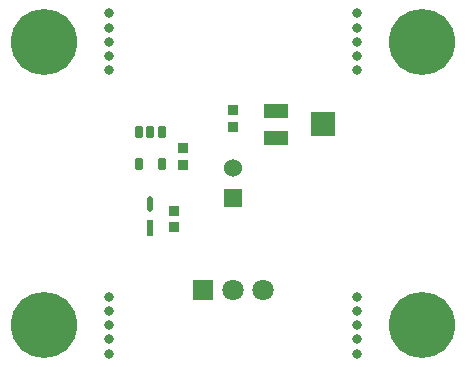
<source format=gbr>
%TF.GenerationSoftware,Altium Limited,Altium Designer,23.6.0 (18)*%
G04 Layer_Color=255*
%FSLAX45Y45*%
%MOMM*%
%TF.SameCoordinates,57B8E715-CDE8-4F81-9698-3B096703D57B*%
%TF.FilePolarity,Positive*%
%TF.FileFunction,Pads,Top*%
%TF.Part,Single*%
G01*
G75*
%TA.AperFunction,SMDPad,CuDef*%
G04:AMPARAMS|DCode=10|XSize=1.35523mm|YSize=0.47583mm|CornerRadius=0.23791mm|HoleSize=0mm|Usage=FLASHONLY|Rotation=90.000|XOffset=0mm|YOffset=0mm|HoleType=Round|Shape=RoundedRectangle|*
%AMROUNDEDRECTD10*
21,1,1.35523,0.00000,0,0,90.0*
21,1,0.87941,0.47583,0,0,90.0*
1,1,0.47583,0.00000,0.43970*
1,1,0.47583,0.00000,-0.43970*
1,1,0.47583,0.00000,-0.43970*
1,1,0.47583,0.00000,0.43970*
%
%ADD10ROUNDEDRECTD10*%
%ADD11R,0.47583X1.35523*%
%ADD12R,0.91213X0.95814*%
G04:AMPARAMS|DCode=13|XSize=0.6mm|YSize=1mm|CornerRadius=0.051mm|HoleSize=0mm|Usage=FLASHONLY|Rotation=0.000|XOffset=0mm|YOffset=0mm|HoleType=Round|Shape=RoundedRectangle|*
%AMROUNDEDRECTD13*
21,1,0.60000,0.89800,0,0,0.0*
21,1,0.49800,1.00000,0,0,0.0*
1,1,0.10200,0.24900,-0.44900*
1,1,0.10200,-0.24900,-0.44900*
1,1,0.10200,-0.24900,0.44900*
1,1,0.10200,0.24900,0.44900*
%
%ADD13ROUNDEDRECTD13*%
%ADD14R,0.91213X0.95872*%
%ADD15R,2.00660X1.29540*%
%ADD16R,2.00660X2.00660*%
%TA.AperFunction,ComponentPad*%
%ADD19R,1.80000X1.80000*%
%ADD20C,1.80000*%
%ADD21C,1.52400*%
%ADD22R,1.52400X1.52400*%
%TA.AperFunction,WasherPad*%
%ADD23C,0.80000*%
%TA.AperFunction,ViaPad*%
%ADD24C,5.60000*%
D10*
X-700000Y1327548D02*
D03*
D11*
Y1122452D02*
D03*
D12*
X-500000Y1129800D02*
D03*
Y1270199D02*
D03*
X0Y1979800D02*
D03*
Y2120199D02*
D03*
D13*
X-605000Y1662500D02*
D03*
X-795000D02*
D03*
Y1937500D02*
D03*
X-700000D02*
D03*
X-605000D02*
D03*
D14*
X-425000Y1797671D02*
D03*
Y1652329D02*
D03*
D15*
X360000Y2115000D02*
D03*
Y1885000D02*
D03*
D16*
X760000Y2000000D02*
D03*
D19*
X-254000Y600000D02*
D03*
D20*
X0D02*
D03*
X254000D02*
D03*
D21*
X0Y1627000D02*
D03*
D22*
Y1373000D02*
D03*
D23*
X1050042Y2939997D02*
D03*
Y2819997D02*
D03*
Y2699997D02*
D03*
Y2579997D02*
D03*
Y2459997D02*
D03*
X-1049958Y2940000D02*
D03*
Y2820000D02*
D03*
Y2700000D02*
D03*
Y2580000D02*
D03*
Y2460000D02*
D03*
X1050000Y540000D02*
D03*
Y420000D02*
D03*
Y300000D02*
D03*
Y180000D02*
D03*
Y60000D02*
D03*
X-1050000D02*
D03*
Y180000D02*
D03*
Y300000D02*
D03*
Y420000D02*
D03*
Y540000D02*
D03*
D24*
X1600040Y2699998D02*
D03*
X-1599957Y2700000D02*
D03*
X1599999Y300001D02*
D03*
X-1600000Y300000D02*
D03*
%TF.MD5,4346e70314a6b310771a240210e82ed4*%
M02*

</source>
